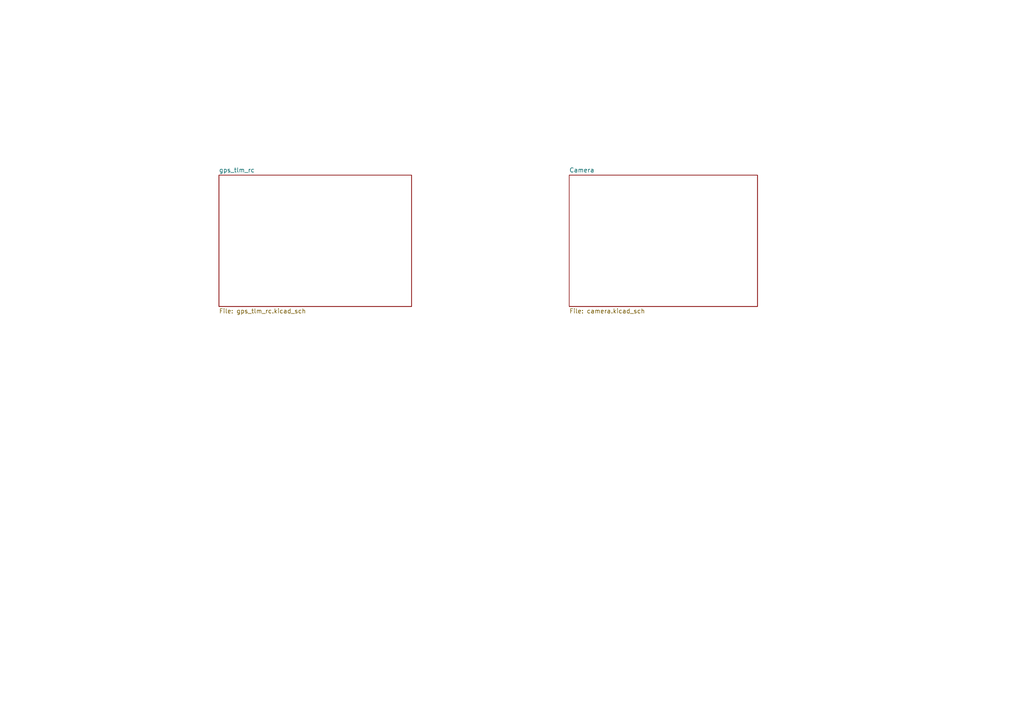
<source format=kicad_sch>
(kicad_sch (version 20230121) (generator eeschema)
  (paper "A4")
  (lib_symbols)
  (sheet (at 165.1 50.8) (size 54.61 38.1) (stroke (width 0.1524))
    (property "Sheetname" "Camera" (at 165.1 50.0884 0) (effects (justify left bottom)))
    (property "Sheetfile" "camera.kicad_sch" (at 165.1 89.4846 0) (effects (justify left top)))
  )
  (sheet (at 63.5 50.8) (size 55.88 38.1) (stroke (width 0.1524))
    (property "Sheetname" "gps_tlm_rc" (at 63.5 50.0884 0) (effects (justify left bottom)))
    (property "Sheetfile" "gps_tlm_rc.kicad_sch" (at 63.5 89.4846 0) (effects (justify left top)))
  )
)
</source>
